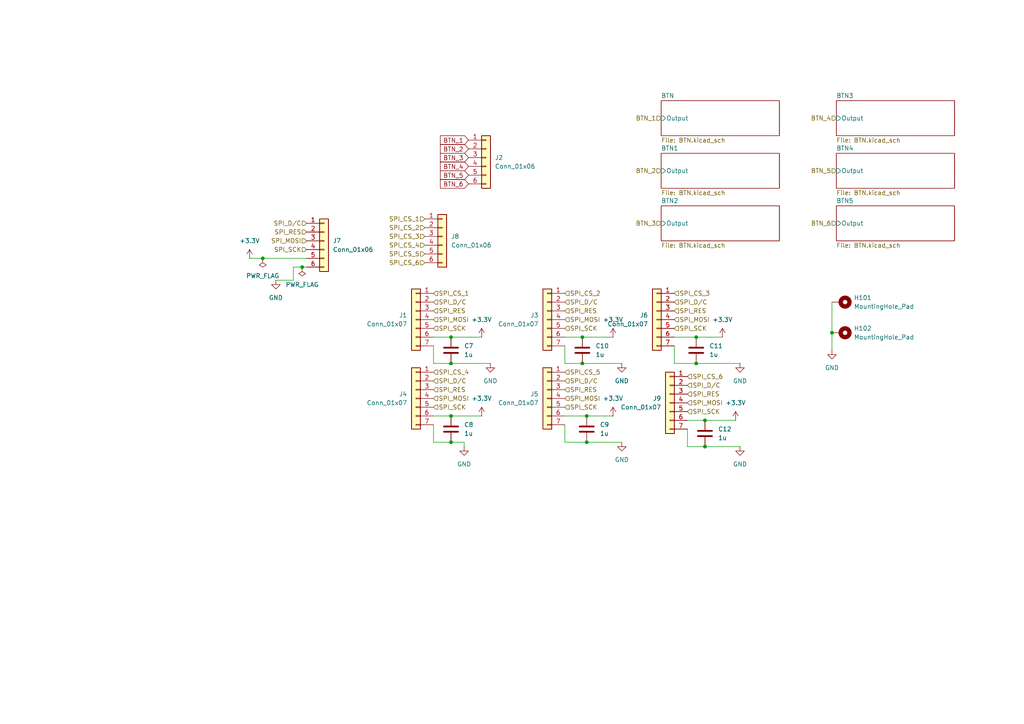
<source format=kicad_sch>
(kicad_sch (version 20250114) (generator "eeschema") (generator_version "9.0")
  (paper "A4")
  (lib_symbols
    (symbol "Connector_Generic:Conn_01x06" (pin_names (offset 1.016) (hide yes))
      (property "Reference" "J" (at 0 7.62 0))
      (property "Value" "Conn_01x06" (at 0 -10.16 0))
      (symbol "Conn_01x06_1_1"
        (rectangle (start -1.27 6.35) (end 1.27 -8.89) (stroke (width 0.254)) (fill (type background)))
        (rectangle (start -1.27 5.207) (end 0 4.953) (stroke (width 0.1524)))
        (rectangle (start -1.27 2.667) (end 0 2.413) (stroke (width 0.1524)))
        (rectangle (start -1.27 0.127) (end 0 -0.127) (stroke (width 0.1524)))
        (rectangle (start -1.27 -2.413) (end 0 -2.667) (stroke (width 0.1524)))
        (rectangle (start -1.27 -4.953) (end 0 -5.207) (stroke (width 0.1524)))
        (rectangle (start -1.27 -7.493) (end 0 -7.747) (stroke (width 0.1524)))
        (pin passive line (at -5.08 5.08 0) (length 3.81) (name "Pin_1") (number "1"))
        (pin passive line (at -5.08 2.54 0) (length 3.81) (name "Pin_2") (number "2"))
        (pin passive line (at -5.08 0 0) (length 3.81) (name "Pin_3") (number "3"))
        (pin passive line (at -5.08 -2.54 0) (length 3.81) (name "Pin_4") (number "4"))
        (pin passive line (at -5.08 -5.08 0) (length 3.81) (name "Pin_5") (number "5"))
        (pin passive line (at -5.08 -7.62 0) (length 3.81) (name "Pin_6") (number "6"))
      )
    )
    (symbol "Connector_Generic:Conn_01x07" (pin_names (offset 1.016) (hide yes))
      (property "Reference" "J" (at 0 10.16 0))
      (property "Value" "Conn_01x07" (at 0 -10.16 0))
      (symbol "Conn_01x07_1_1"
        (rectangle (start -1.27 8.89) (end 1.27 -8.89) (stroke (width 0.254)) (fill (type background)))
        (rectangle (start -1.27 7.747) (end 0 7.493) (stroke (width 0.1524)))
        (rectangle (start -1.27 5.207) (end 0 4.953) (stroke (width 0.1524)))
        (rectangle (start -1.27 2.667) (end 0 2.413) (stroke (width 0.1524)))
        (rectangle (start -1.27 0.127) (end 0 -0.127) (stroke (width 0.1524)))
        (rectangle (start -1.27 -2.413) (end 0 -2.667) (stroke (width 0.1524)))
        (rectangle (start -1.27 -4.953) (end 0 -5.207) (stroke (width 0.1524)))
        (rectangle (start -1.27 -7.493) (end 0 -7.747) (stroke (width 0.1524)))
        (pin passive line (at -5.08 7.62 0) (length 3.81) (name "Pin_1") (number "1"))
        (pin passive line (at -5.08 5.08 0) (length 3.81) (name "Pin_2") (number "2"))
        (pin passive line (at -5.08 2.54 0) (length 3.81) (name "Pin_3") (number "3"))
        (pin passive line (at -5.08 0 0) (length 3.81) (name "Pin_4") (number "4"))
        (pin passive line (at -5.08 -2.54 0) (length 3.81) (name "Pin_5") (number "5"))
        (pin passive line (at -5.08 -5.08 0) (length 3.81) (name "Pin_6") (number "6"))
        (pin passive line (at -5.08 -7.62 0) (length 3.81) (name "Pin_7") (number "7"))
      )
    )
    (symbol "Device:C" (pin_numbers (hide yes)) (pin_names (offset 0.254))
      (property "Reference" "C" (at 0.635 2.54 0))
      (property "Value" "C" (at 0.635 -2.54 0))
      (symbol "C_0_1"
        (polyline (pts (xy -2.032 0.762) (xy 2.032 0.762)) (stroke (width 0.508)))
        (polyline (pts (xy -2.032 -0.762) (xy 2.032 -0.762)) (stroke (width 0.508)))
      )
      (symbol "C_1_1"
        (pin passive line (at 0 3.81 270) (length 2.794) (name "~") (number "1"))
        (pin passive line (at 0 -3.81 90) (length 2.794) (name "~") (number "2"))
      )
    )
    (symbol "Mechanical:MountingHole_Pad" (pin_numbers (hide yes)) (pin_names (offset 1.016) (hide yes))
      (property "Reference" "H" (at 0 6.35 0))
      (property "Value" "MountingHole_Pad" (at 0 4.445 0))
      (symbol "MountingHole_Pad_0_1"
        (circle (center 0 1.27) (radius 1.27) (stroke (width 1.27)))
      )
      (symbol "MountingHole_Pad_1_1"
        (pin input line (at 0 -2.54 90) (length 2.54) (name "1") (number "1"))
      )
    )
    (symbol "power:+3.3V" (power) (pin_numbers (hide yes)) (pin_names (offset 0) (hide yes))
      (property "Value" "+3.3V" (at 0 3.556 0))
      (symbol "+3.3V_0_1"
        (polyline (pts (xy -0.762 1.27) (xy 0 2.54)))
        (polyline (pts (xy 0 2.54) (xy 0.762 1.27)))
        (polyline (pts (xy 0 0) (xy 0 2.54)))
      )
      (symbol "+3.3V_1_1"
        (pin power_in line (at 0 0 90) (length 0) (name "~") (number "1"))
      )
    )
    (symbol "power:GND" (power) (pin_numbers (hide yes)) (pin_names (offset 0) (hide yes))
      (property "Value" "GND" (at 0 -3.81 0))
      (symbol "GND_0_1"
        (polyline (pts (xy 0 0) (xy 0 -1.27) (xy 1.27 -1.27) (xy 0 -2.54) (xy -1.27 -1.27) (xy 0 -1.27)))
      )
      (symbol "GND_1_1"
        (pin power_in line (at 0 0 270) (length 0) (name "~") (number "1"))
      )
    )
    (symbol "power:PWR_FLAG" (power) (pin_numbers (hide yes)) (pin_names (offset 0) (hide yes))
      (property "Value" "PWR_FLAG" (at 0 3.81 0))
      (symbol "PWR_FLAG_0_0"
        (pin power_out line (at 0 0 90) (length 0) (name "~") (number "1"))
      )
      (symbol "PWR_FLAG_0_1"
        (polyline (pts (xy 0 0) (xy 0 1.27) (xy -1.016 1.905) (xy 0 2.54) (xy 1.016 1.905) (xy 0 1.27)))
      )
    )
  )
  (junction (at 87.63 77.47))
  (junction (at 204.47 129.54))
  (junction (at 168.91 105.41))
  (junction (at 130.81 105.41))
  (junction (at 130.81 120.65))
  (junction (at 241.3 96.52))
  (junction (at 170.18 120.65))
  (junction (at 201.93 105.41))
  (junction (at 130.81 97.79))
  (junction (at 130.81 128.27))
  (junction (at 204.47 121.92))
  (junction (at 201.93 97.79))
  (junction (at 168.91 97.79))
  (junction (at 76.2 74.93))
  (junction (at 170.18 128.27))
  (wire (pts (xy 168.91 97.79) (xy 177.8 97.79)))
  (wire (pts (xy 125.73 120.65) (xy 130.81 120.65)))
  (wire (pts (xy 76.2 74.93) (xy 88.9 74.93)))
  (wire (pts (xy 163.83 105.41) (xy 168.91 105.41)))
  (wire (pts (xy 130.81 105.41) (xy 142.24 105.41)))
  (wire (pts (xy 134.62 129.54) (xy 134.62 128.27)))
  (wire (pts (xy 170.18 120.65) (xy 177.8 120.65)))
  (wire (pts (xy 130.81 105.41) (xy 125.73 105.41)))
  (wire (pts (xy 163.83 128.27) (xy 170.18 128.27)))
  (wire (pts (xy 85.09 81.28) (xy 85.09 77.47)))
  (wire (pts (xy 170.18 128.27) (xy 180.34 128.27)))
  (wire (pts (xy 130.81 97.79) (xy 139.7 97.79)))
  (wire (pts (xy 201.93 97.79) (xy 209.55 97.79)))
  (wire (pts (xy 168.91 105.41) (xy 180.34 105.41)))
  (wire (pts (xy 195.58 97.79) (xy 201.93 97.79)))
  (wire (pts (xy 130.81 128.27) (xy 125.73 128.27)))
  (wire (pts (xy 204.47 129.54) (xy 214.63 129.54)))
  (wire (pts (xy 72.39 74.93) (xy 76.2 74.93)))
  (wire (pts (xy 199.39 129.54) (xy 199.39 124.46)))
  (wire (pts (xy 163.83 97.79) (xy 168.91 97.79)))
  (wire (pts (xy 80.01 81.28) (xy 85.09 81.28)))
  (wire (pts (xy 163.83 128.27) (xy 163.83 123.19)))
  (wire (pts (xy 125.73 105.41) (xy 125.73 100.33)))
  (wire (pts (xy 241.3 87.63) (xy 241.3 96.52)))
  (wire (pts (xy 134.62 128.27) (xy 130.81 128.27)))
  (wire (pts (xy 87.63 77.47) (xy 88.9 77.47)))
  (wire (pts (xy 204.47 121.92) (xy 213.36 121.92)))
  (wire (pts (xy 85.09 77.47) (xy 87.63 77.47)))
  (wire (pts (xy 125.73 97.79) (xy 130.81 97.79)))
  (wire (pts (xy 163.83 105.41) (xy 163.83 100.33)))
  (wire (pts (xy 241.3 96.52) (xy 241.3 101.6)))
  (wire (pts (xy 163.83 120.65) (xy 170.18 120.65)))
  (wire (pts (xy 195.58 105.41) (xy 201.93 105.41)))
  (wire (pts (xy 130.81 120.65) (xy 139.7 120.65)))
  (wire (pts (xy 199.39 129.54) (xy 204.47 129.54)))
  (wire (pts (xy 199.39 121.92) (xy 204.47 121.92)))
  (wire (pts (xy 125.73 128.27) (xy 125.73 123.19)))
  (wire (pts (xy 201.93 105.41) (xy 214.63 105.41)))
  (wire (pts (xy 195.58 105.41) (xy 195.58 100.33)))
  (global_label "BTN_2" (shape input) (at 135.89 43.18 180) (property "Intersheetrefs" "${INTERSHEET_REFS}" (effects (hide yes))))
  (global_label "BTN_3" (shape input) (at 135.89 45.72 180) (property "Intersheetrefs" "${INTERSHEET_REFS}" (effects (hide yes))))
  (global_label "BTN_5" (shape input) (at 135.89 50.8 180) (property "Intersheetrefs" "${INTERSHEET_REFS}" (effects (hide yes))))
  (global_label "BTN_4" (shape input) (at 135.89 48.26 180) (property "Intersheetrefs" "${INTERSHEET_REFS}" (effects (hide yes))))
  (global_label "BTN_6" (shape input) (at 135.89 53.34 180) (property "Intersheetrefs" "${INTERSHEET_REFS}" (effects (hide yes))))
  (global_label "BTN_1" (shape input) (at 135.89 40.64 180) (property "Intersheetrefs" "${INTERSHEET_REFS}" (effects (hide yes))))
  (hierarchical_label "SPI_CS_2" (shape input) (at 163.83 85.09 0))
  (hierarchical_label "BTN_5" (shape input) (at 242.57 49.53 180))
  (hierarchical_label "SPI_D{slash}C" (shape input) (at 199.39 111.76 0))
  (hierarchical_label "SPI_MOSI" (shape input) (at 88.9 69.85 180))
  (hierarchical_label "SPI_CS_1" (shape input) (at 125.73 85.09 0))
  (hierarchical_label "SPI_SCK" (shape input) (at 88.9 72.39 180))
  (hierarchical_label "SPI_SCK" (shape input) (at 163.83 95.25 0))
  (hierarchical_label "BTN_2" (shape input) (at 191.77 49.53 180))
  (hierarchical_label "SPI_RES" (shape input) (at 199.39 114.3 0))
  (hierarchical_label "SPI_MOSI" (shape input) (at 125.73 115.57 0))
  (hierarchical_label "SPI_MOSI" (shape input) (at 163.83 92.71 0))
  (hierarchical_label "BTN_4" (shape input) (at 242.57 34.29 180))
  (hierarchical_label "SPI_MOSI" (shape input) (at 195.58 92.71 0))
  (hierarchical_label "SPI_CS_4" (shape input) (at 123.19 71.12 180))
  (hierarchical_label "SPI_SCK" (shape input) (at 199.39 119.38 0))
  (hierarchical_label "SPI_MOSI" (shape input) (at 199.39 116.84 0))
  (hierarchical_label "SPI_D{slash}C" (shape input) (at 88.9 64.77 180))
  (hierarchical_label "SPI_CS_4" (shape input) (at 125.73 107.95 0))
  (hierarchical_label "BTN_6" (shape input) (at 242.57 64.77 180))
  (hierarchical_label "SPI_D{slash}C" (shape input) (at 195.58 87.63 0))
  (hierarchical_label "SPI_D{slash}C" (shape input) (at 125.73 87.63 0))
  (hierarchical_label "BTN_1" (shape input) (at 191.77 34.29 180))
  (hierarchical_label "SPI_CS_2" (shape input) (at 123.19 66.04 180))
  (hierarchical_label "SPI_SCK" (shape input) (at 163.83 118.11 0))
  (hierarchical_label "SPI_RES" (shape input) (at 163.83 90.17 0))
  (hierarchical_label "SPI_CS_3" (shape input) (at 195.58 85.09 0))
  (hierarchical_label "SPI_RES" (shape input) (at 125.73 90.17 0))
  (hierarchical_label "SPI_SCK" (shape input) (at 125.73 95.25 0))
  (hierarchical_label "SPI_SCK" (shape input) (at 125.73 118.11 0))
  (hierarchical_label "SPI_MOSI" (shape input) (at 163.83 115.57 0))
  (hierarchical_label "SPI_CS_1" (shape input) (at 123.19 63.5 180))
  (hierarchical_label "SPI_SCK" (shape input) (at 195.58 95.25 0))
  (hierarchical_label "SPI_D{slash}C" (shape input) (at 163.83 87.63 0))
  (hierarchical_label "SPI_CS_5" (shape input) (at 163.83 107.95 0))
  (hierarchical_label "SPI_RES" (shape input) (at 125.73 113.03 0))
  (hierarchical_label "SPI_CS_5" (shape input) (at 123.19 73.66 180))
  (hierarchical_label "SPI_CS_3" (shape input) (at 123.19 68.58 180))
  (hierarchical_label "SPI_MOSI" (shape input) (at 125.73 92.71 0))
  (hierarchical_label "SPI_RES" (shape input) (at 195.58 90.17 0))
  (hierarchical_label "SPI_D{slash}C" (shape input) (at 163.83 110.49 0))
  (hierarchical_label "SPI_CS_6" (shape input) (at 199.39 109.22 0))
  (hierarchical_label "BTN_3" (shape input) (at 191.77 64.77 180))
  (hierarchical_label "SPI_RES" (shape input) (at 88.9 67.31 180))
  (hierarchical_label "SPI_D{slash}C" (shape input) (at 125.73 110.49 0))
  (hierarchical_label "SPI_RES" (shape input) (at 163.83 113.03 0))
  (hierarchical_label "SPI_CS_6" (shape input) (at 123.19 76.2 180))
  (symbol (lib_id "Connector_Generic:Conn_01x07") (at 190.5 92.71 0) (mirror y) (unit 1)
    (property "Reference" "J6" (at 187.96 91.4399 0) (effects (justify left)))
    (property "Value" "Conn_01x07" (at 187.96 93.9799 0) (effects (justify left)))
    (property "Footprint" "Connector_PinHeader_2.54mm:PinHeader_1x07_P2.54mm_Vertical" (effects (hide yes)))
    (property "Description" "Generic connector, single row, 01x07, script generated (kicad-library-utils/schlib/autogen/connector/)" (effects (hide yes)))
  )
  (symbol (lib_id "power:PWR_FLAG") (at 87.63 77.47 180) (unit 1)
    (property "Reference" "#FLG02" (effects (hide yes)))
    (property "Value" "PWR_FLAG" (at 87.63 82.55 0))
    (property "Description" "Special symbol for telling ERC where power comes from" (effects (hide yes)))
  )
  (symbol (lib_id "power:GND") (at 134.62 129.54 0) (unit 1)
    (property "Reference" "#PWR024" (effects (hide yes)))
    (property "Value" "GND" (at 134.62 134.62 0))
    (property "Description" "Power symbol creates a global label with name \"GND\" , ground" (effects (hide yes)))
  )
  (symbol (lib_id "Mechanical:MountingHole_Pad") (at 243.84 87.63 270) (unit 1)
    (property "Reference" "H101" (at 247.65 86.36 90) (effects (justify left)))
    (property "Value" "MountingHole_Pad" (at 247.65 88.9 90) (effects (justify left)))
    (property "Footprint" "MountingHole:MountingHole_3.2mm_M3_Pad_Via" (effects (hide yes)))
  )
  (symbol (lib_id "Connector_Generic:Conn_01x07") (at 158.75 115.57 0) (mirror y) (unit 1)
    (property "Reference" "J5" (at 156.21 114.2999 0) (effects (justify left)))
    (property "Value" "Conn_01x07" (at 156.21 116.8399 0) (effects (justify left)))
    (property "Footprint" "Connector_PinHeader_2.54mm:PinHeader_1x07_P2.54mm_Horizontal" (effects (hide yes)))
    (property "Description" "Generic connector, single row, 01x07, script generated (kicad-library-utils/schlib/autogen/connector/)" (effects (hide yes)))
  )
  (symbol (lib_id "power:GND") (at 80.01 81.28 0) (unit 1)
    (property "Reference" "#PWR019" (effects (hide yes)))
    (property "Value" "GND" (at 80.01 86.36 0))
    (property "Description" "Power symbol creates a global label with name \"GND\" , ground" (effects (hide yes)))
  )
  (symbol (lib_id "Device:C") (at 204.47 125.73 180) (unit 1)
    (property "Reference" "C12" (at 208.28 124.4599 0) (effects (justify right)))
    (property "Value" "1u" (at 208.28 126.9999 0) (effects (justify right)))
    (property "Footprint" "Capacitor_SMD:C_0603_1608Metric" (effects (hide yes)))
    (property "Description" "Unpolarized capacitor" (effects (hide yes)))
  )
  (symbol (lib_id "power:GND") (at 142.24 105.41 0) (unit 1)
    (property "Reference" "#PWR021" (effects (hide yes)))
    (property "Value" "GND" (at 142.24 110.49 0))
    (property "Description" "Power symbol creates a global label with name \"GND\" , ground" (effects (hide yes)))
  )
  (symbol (lib_id "Connector_Generic:Conn_01x07") (at 120.65 115.57 0) (mirror y) (unit 1)
    (property "Reference" "J4" (at 118.11 114.2999 0) (effects (justify left)))
    (property "Value" "Conn_01x07" (at 118.11 116.8399 0) (effects (justify left)))
    (property "Footprint" "Connector_PinHeader_2.54mm:PinHeader_1x07_P2.54mm_Horizontal" (effects (hide yes)))
    (property "Description" "Generic connector, single row, 01x07, script generated (kicad-library-utils/schlib/autogen/connector/)" (effects (hide yes)))
  )
  (symbol (lib_id "power:PWR_FLAG") (at 76.2 74.93 180) (unit 1)
    (property "Reference" "#FLG01" (effects (hide yes)))
    (property "Value" "PWR_FLAG" (at 76.2 80.01 0))
    (property "Description" "Special symbol for telling ERC where power comes from" (effects (hide yes)))
  )
  (symbol (lib_id "Connector_Generic:Conn_01x06") (at 140.97 45.72 0) (unit 1)
    (property "Reference" "J2" (at 143.51 45.7199 0) (effects (justify left)))
    (property "Value" "Conn_01x06" (at 143.51 48.2599 0) (effects (justify left)))
    (property "Footprint" "Connector_JST:JST_EH_B6B-EH-A_1x06_P2.50mm_Vertical" (effects (hide yes)))
    (property "Description" "Generic connector, single row, 01x06, script generated (kicad-library-utils/schlib/autogen/connector/)" (effects (hide yes)))
  )
  (symbol (lib_id "power:+3.3V") (at 177.8 97.79 0) (mirror y) (unit 1)
    (property "Reference" "#PWR023" (effects (hide yes)))
    (property "Value" "+3.3V" (at 177.8 92.71 0))
    (property "Description" "Power symbol creates a global label with name \"+3.3V\"" (effects (hide yes)))
  )
  (symbol (lib_id "power:+3.3V") (at 213.36 121.92 0) (mirror y) (unit 1)
    (property "Reference" "#PWR031" (effects (hide yes)))
    (property "Value" "+3.3V" (at 213.36 116.84 0))
    (property "Description" "Power symbol creates a global label with name \"+3.3V\"" (effects (hide yes)))
  )
  (symbol (lib_id "power:GND") (at 214.63 105.41 0) (unit 1)
    (property "Reference" "#PWR028" (effects (hide yes)))
    (property "Value" "GND" (at 214.63 110.49 0))
    (property "Description" "Power symbol creates a global label with name \"GND\" , ground" (effects (hide yes)))
  )
  (symbol (lib_id "Device:C") (at 130.81 101.6 180) (unit 1)
    (property "Reference" "C7" (at 134.62 100.3299 0) (effects (justify right)))
    (property "Value" "1u" (at 134.62 102.8699 0) (effects (justify right)))
    (property "Footprint" "Capacitor_SMD:C_0603_1608Metric" (effects (hide yes)))
    (property "Description" "Unpolarized capacitor" (effects (hide yes)))
  )
  (symbol (lib_id "power:+3.3V") (at 139.7 97.79 0) (mirror y) (unit 1)
    (property "Reference" "#PWR020" (effects (hide yes)))
    (property "Value" "+3.3V" (at 139.7 92.71 0))
    (property "Description" "Power symbol creates a global label with name \"+3.3V\"" (effects (hide yes)))
  )
  (symbol (lib_id "power:+3.3V") (at 177.8 120.65 0) (mirror y) (unit 1)
    (property "Reference" "#PWR027" (effects (hide yes)))
    (property "Value" "+3.3V" (at 177.8 115.57 0))
    (property "Description" "Power symbol creates a global label with name \"+3.3V\"" (effects (hide yes)))
  )
  (symbol (lib_id "power:+3.3V") (at 72.39 74.93 0) (unit 1)
    (property "Reference" "#PWR018" (effects (hide yes)))
    (property "Value" "+3.3V" (at 72.39 69.85 0))
    (property "Description" "Power symbol creates a global label with name \"+3.3V\"" (effects (hide yes)))
  )
  (symbol (lib_id "Connector_Generic:Conn_01x07") (at 194.31 116.84 0) (mirror y) (unit 1)
    (property "Reference" "J9" (at 191.77 115.5699 0) (effects (justify left)))
    (property "Value" "Conn_01x07" (at 191.77 118.1099 0) (effects (justify left)))
    (property "Footprint" "Connector_PinHeader_2.54mm:PinHeader_1x07_P2.54mm_Vertical" (effects (hide yes)))
    (property "Description" "Generic connector, single row, 01x07, script generated (kicad-library-utils/schlib/autogen/connector/)" (effects (hide yes)))
  )
  (symbol (lib_id "Connector_Generic:Conn_01x07") (at 120.65 92.71 0) (mirror y) (unit 1)
    (property "Reference" "J1" (at 118.11 91.4399 0) (effects (justify left)))
    (property "Value" "Conn_01x07" (at 118.11 93.9799 0) (effects (justify left)))
    (property "Footprint" "Connector_PinHeader_2.54mm:PinHeader_1x07_P2.54mm_Vertical" (effects (hide yes)))
    (property "Description" "Generic connector, single row, 01x07, script generated (kicad-library-utils/schlib/autogen/connector/)" (effects (hide yes)))
  )
  (symbol (lib_id "power:+3.3V") (at 209.55 97.79 0) (mirror y) (unit 1)
    (property "Reference" "#PWR029" (effects (hide yes)))
    (property "Value" "+3.3V" (at 209.55 92.71 0))
    (property "Description" "Power symbol creates a global label with name \"+3.3V\"" (effects (hide yes)))
  )
  (symbol (lib_id "power:GND") (at 241.3 101.6 0) (unit 1)
    (property "Reference" "#PWR0140" (effects (hide yes)))
    (property "Value" "GND" (at 241.3 106.68 0))
  )
  (symbol (lib_id "Connector_Generic:Conn_01x06") (at 93.98 69.85 0) (unit 1)
    (property "Reference" "J7" (at 96.52 69.8499 0) (effects (justify left)))
    (property "Value" "Conn_01x06" (at 96.52 72.3899 0) (effects (justify left)))
    (property "Footprint" "Connector_JST:JST_EH_B6B-EH-A_1x06_P2.50mm_Vertical" (effects (hide yes)))
    (property "Description" "Generic connector, single row, 01x06, script generated (kicad-library-utils/schlib/autogen/connector/)" (effects (hide yes)))
  )
  (symbol (lib_id "Device:C") (at 130.81 124.46 180) (unit 1)
    (property "Reference" "C8" (at 134.62 123.1899 0) (effects (justify right)))
    (property "Value" "1u" (at 134.62 125.7299 0) (effects (justify right)))
    (property "Footprint" "Capacitor_SMD:C_0603_1608Metric" (effects (hide yes)))
    (property "Description" "Unpolarized capacitor" (effects (hide yes)))
  )
  (symbol (lib_id "Mechanical:MountingHole_Pad") (at 243.84 96.52 270) (unit 1)
    (property "Reference" "H102" (at 247.65 95.25 90) (effects (justify left)))
    (property "Value" "MountingHole_Pad" (at 247.65 97.79 90) (effects (justify left)))
    (property "Footprint" "MountingHole:MountingHole_3.2mm_M3_Pad_Via" (effects (hide yes)))
  )
  (symbol (lib_id "Device:C") (at 201.93 101.6 180) (unit 1)
    (property "Reference" "C11" (at 205.74 100.3299 0) (effects (justify right)))
    (property "Value" "1u" (at 205.74 102.8699 0) (effects (justify right)))
    (property "Footprint" "Capacitor_SMD:C_0603_1608Metric" (effects (hide yes)))
    (property "Description" "Unpolarized capacitor" (effects (hide yes)))
  )
  (symbol (lib_id "Connector_Generic:Conn_01x06") (at 128.27 68.58 0) (unit 1)
    (property "Reference" "J8" (at 130.81 68.5799 0) (effects (justify left)))
    (property "Value" "Conn_01x06" (at 130.81 71.1199 0) (effects (justify left)))
    (property "Footprint" "Connector_JST:JST_EH_B6B-EH-A_1x06_P2.50mm_Vertical" (effects (hide yes)))
    (property "Description" "Generic connector, single row, 01x06, script generated (kicad-library-utils/schlib/autogen/connector/)" (effects (hide yes)))
  )
  (symbol (lib_id "Device:C") (at 170.18 124.46 180) (unit 1)
    (property "Reference" "C9" (at 173.99 123.1899 0) (effects (justify right)))
    (property "Value" "1u" (at 173.99 125.7299 0) (effects (justify right)))
    (property "Footprint" "Capacitor_SMD:C_0603_1608Metric" (effects (hide yes)))
    (property "Description" "Unpolarized capacitor" (effects (hide yes)))
  )
  (symbol (lib_id "power:+3.3V") (at 139.7 120.65 0) (mirror y) (unit 1)
    (property "Reference" "#PWR025" (effects (hide yes)))
    (property "Value" "+3.3V" (at 139.7 115.57 0))
    (property "Description" "Power symbol creates a global label with name \"+3.3V\"" (effects (hide yes)))
  )
  (symbol (lib_id "power:GND") (at 214.63 129.54 0) (unit 1)
    (property "Reference" "#PWR030" (effects (hide yes)))
    (property "Value" "GND" (at 214.63 134.62 0))
    (property "Description" "Power symbol creates a global label with name \"GND\" , ground" (effects (hide yes)))
  )
  (symbol (lib_id "Device:C") (at 168.91 101.6 180) (unit 1)
    (property "Reference" "C10" (at 172.72 100.3299 0) (effects (justify right)))
    (property "Value" "1u" (at 172.72 102.8699 0) (effects (justify right)))
    (property "Footprint" "Capacitor_SMD:C_0603_1608Metric" (effects (hide yes)))
    (property "Description" "Unpolarized capacitor" (effects (hide yes)))
  )
  (symbol (lib_id "power:GND") (at 180.34 128.27 0) (unit 1)
    (property "Reference" "#PWR026" (effects (hide yes)))
    (property "Value" "GND" (at 180.34 133.35 0))
    (property "Description" "Power symbol creates a global label with name \"GND\" , ground" (effects (hide yes)))
  )
  (symbol (lib_id "power:GND") (at 180.34 105.41 0) (unit 1)
    (property "Reference" "#PWR022" (effects (hide yes)))
    (property "Value" "GND" (at 180.34 110.49 0))
    (property "Description" "Power symbol creates a global label with name \"GND\" , ground" (effects (hide yes)))
  )
  (symbol (lib_id "Connector_Generic:Conn_01x07") (at 158.75 92.71 0) (mirror y) (unit 1)
    (property "Reference" "J3" (at 156.21 91.4399 0) (effects (justify left)))
    (property "Value" "Conn_01x07" (at 156.21 93.9799 0) (effects (justify left)))
    (property "Footprint" "Connector_PinHeader_2.54mm:PinHeader_1x07_P2.54mm_Horizontal" (effects (hide yes)))
    (property "Description" "Generic connector, single row, 01x07, script generated (kicad-library-utils/schlib/autogen/connector/)" (effects (hide yes)))
  )
  (sheet (at 242.57 59.69) (size 34.29 10.16) (stroke (width 0.1524))
    (property "Sheetname" "BTN5" (at 242.57 58.9784 0) (effects (justify left bottom)))
    (property "Sheetfile" "BTN.kicad_sch" (at 242.57 70.4346 0) (effects (justify left top)))
    (pin "Output" input (at 242.57 64.77 180))
  )
  (sheet (at 191.77 44.45) (size 34.29 10.16) (stroke (width 0.1524))
    (property "Sheetname" "BTN1" (at 191.77 43.7384 0) (effects (justify left bottom)))
    (property "Sheetfile" "BTN.kicad_sch" (at 191.77 55.1946 0) (effects (justify left top)))
    (pin "Output" input (at 191.77 49.53 180))
  )
  (sheet (at 191.77 59.69) (size 34.29 10.16) (stroke (width 0.1524))
    (property "Sheetname" "BTN2" (at 191.77 58.9784 0) (effects (justify left bottom)))
    (property "Sheetfile" "BTN.kicad_sch" (at 191.77 70.4346 0) (effects (justify left top)))
    (pin "Output" input (at 191.77 64.77 180))
  )
  (sheet (at 191.77 29.21) (size 34.29 10.16) (stroke (width 0.1524))
    (property "Sheetname" "BTN" (at 191.77 28.4984 0) (effects (justify left bottom)))
    (property "Sheetfile" "BTN.kicad_sch" (at 191.77 39.9546 0) (effects (justify left top)))
    (pin "Output" input (at 191.77 34.29 180))
  )
  (sheet (at 242.57 44.45) (size 34.29 10.16) (stroke (width 0.1524))
    (property "Sheetname" "BTN4" (at 242.57 43.7384 0) (effects (justify left bottom)))
    (property "Sheetfile" "BTN.kicad_sch" (at 242.57 55.1946 0) (effects (justify left top)))
    (pin "Output" input (at 242.57 49.53 180))
  )
  (sheet (at 242.57 29.21) (size 34.29 10.16) (stroke (width 0.1524))
    (property "Sheetname" "BTN3" (at 242.57 28.4984 0) (effects (justify left bottom)))
    (property "Sheetfile" "BTN.kicad_sch" (at 242.57 39.9546 0) (effects (justify left top)))
    (pin "Output" input (at 242.57 34.29 180))
  )
)
</source>
